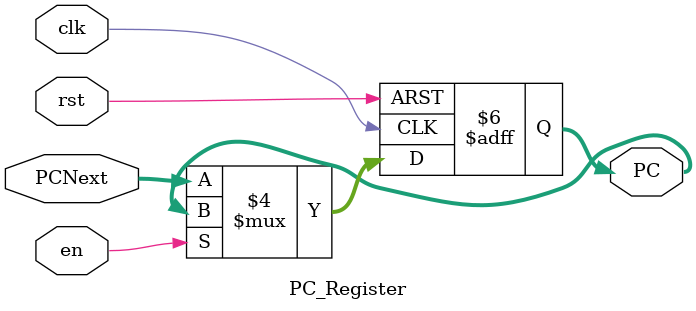
<source format=v>
module PC_Register(clk, rst, en, PCNext, PC);
    input clk, rst, en;
    input [31:0] PCNext;
    output reg [31:0] PC;

    always @(posedge clk or posedge rst) begin
        if (rst)
            PC = 32'd0;
        else if(~en)
            PC = PCNext;
    end

endmodule
</source>
